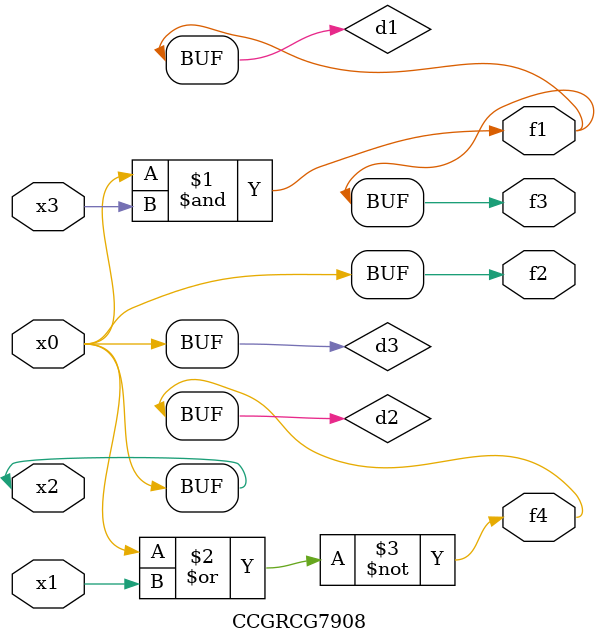
<source format=v>
module CCGRCG7908(
	input x0, x1, x2, x3,
	output f1, f2, f3, f4
);

	wire d1, d2, d3;

	and (d1, x2, x3);
	nor (d2, x0, x1);
	buf (d3, x0, x2);
	assign f1 = d1;
	assign f2 = d3;
	assign f3 = d1;
	assign f4 = d2;
endmodule

</source>
